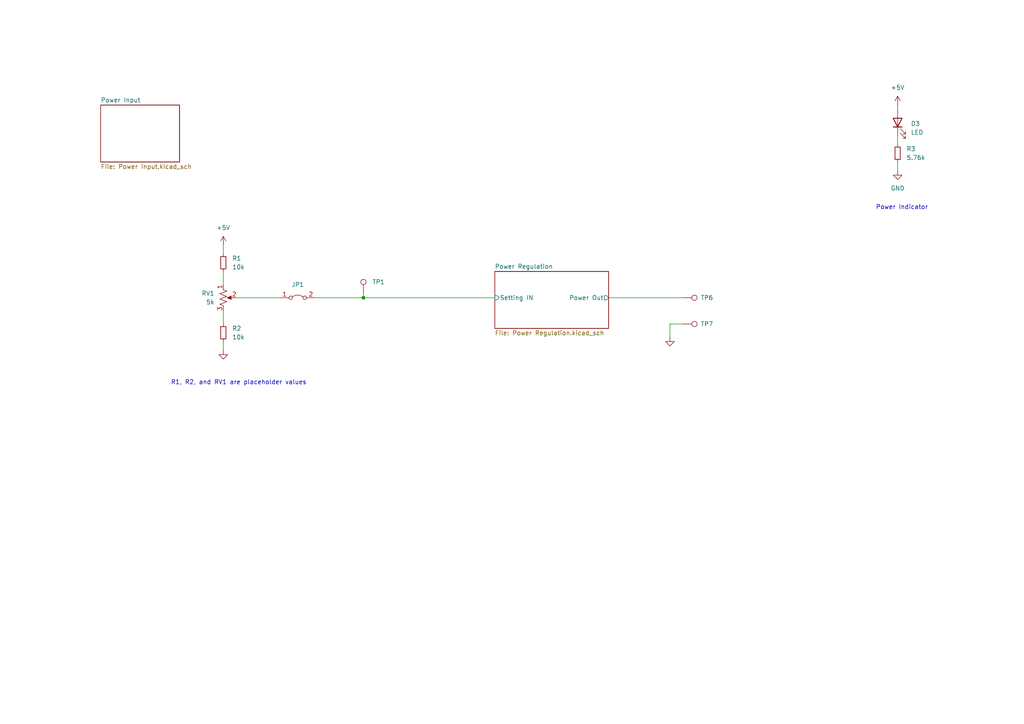
<source format=kicad_sch>
(kicad_sch (version 20211123) (generator eeschema)
  (paper "A4")
  (title_block (title "Battery Simulator PCB") (date "2022-12-27") (rev "1") (company "SK Electronics Consulting") (comment 1 "Client: None"))
  (lib_symbols
    (symbol "Connector:TestPoint" (pin_numbers hide) (pin_names (offset 0.762) hide)
      (property "Reference" "TP" (at 0 6.858 0))
      (property "Value" "TestPoint" (at 0 5.08 0))
      (symbol "TestPoint_0_1"
        (circle (center 0 3.302) (radius 0.762))
      )
      (symbol "TestPoint_1_1"
        (pin passive line (at 0 0 90) (length 2.54) (name "1") (number "1"))
      )
    )
    (symbol "Device:LED" (pin_numbers hide) (pin_names (offset 1.016) hide)
      (property "Reference" "D" (at 0 2.54 0))
      (property "Value" "LED" (at 0 -2.54 0))
      (symbol "LED_0_1"
        (polyline (pts (xy -1.27 -1.27) (xy -1.27 1.27)) (stroke (width 0.254)))
        (polyline (pts (xy -1.27 0) (xy 1.27 0)))
        (polyline (pts (xy 1.27 -1.27) (xy 1.27 1.27) (xy -1.27 0) (xy 1.27 -1.27)) (stroke (width 0.254)))
        (polyline (pts (xy -3.048 -0.762) (xy -4.572 -2.286) (xy -3.81 -2.286) (xy -4.572 -2.286) (xy -4.572 -1.524)))
        (polyline (pts (xy -1.778 -0.762) (xy -3.302 -2.286) (xy -2.54 -2.286) (xy -3.302 -2.286) (xy -3.302 -1.524)))
      )
      (symbol "LED_1_1"
        (pin passive line (at -3.81 0 0) (length 2.54) (name "K") (number "1"))
        (pin passive line (at 3.81 0 180) (length 2.54) (name "A") (number "2"))
      )
    )
    (symbol "Device:R_Potentiometer_US" (pin_names (offset 1.016) hide)
      (property "Reference" "RV" (at -4.445 0 90))
      (property "Value" "R_Potentiometer_US" (at -2.54 0 90))
      (symbol "R_Potentiometer_US_0_1"
        (polyline (pts (xy 0 -2.286) (xy 0 -2.54)))
        (polyline (pts (xy 0 2.54) (xy 0 2.286)))
        (polyline (pts (xy 2.54 0) (xy 1.524 0)))
        (polyline (pts (xy 1.143 0) (xy 2.286 0.508) (xy 2.286 -0.508) (xy 1.143 0)) (fill (type outline)))
        (polyline (pts (xy 0 -0.762) (xy 1.016 -1.143) (xy 0 -1.524) (xy -1.016 -1.905) (xy 0 -2.286)))
        (polyline (pts (xy 0 0.762) (xy 1.016 0.381) (xy 0 0) (xy -1.016 -0.381) (xy 0 -0.762)))
        (polyline (pts (xy 0 2.286) (xy 1.016 1.905) (xy 0 1.524) (xy -1.016 1.143) (xy 0 0.762)))
      )
      (symbol "R_Potentiometer_US_1_1"
        (pin passive line (at 0 3.81 270) (length 1.27) (name "1") (number "1"))
        (pin passive line (at 3.81 0 180) (length 1.27) (name "2") (number "2"))
        (pin passive line (at 0 -3.81 90) (length 1.27) (name "3") (number "3"))
      )
    )
    (symbol "Device:R_Small" (pin_numbers hide) (pin_names (offset 0.254) hide)
      (property "Reference" "R" (at 0.762 0.508 0))
      (property "Value" "R_Small" (at 0.762 -1.016 0))
      (symbol "R_Small_0_1"
        (rectangle (start -0.762 1.778) (end 0.762 -1.778) (stroke (width 0.2032)))
      )
      (symbol "R_Small_1_1"
        (pin passive line (at 0 2.54 270) (length 0.762) (name "~") (number "1"))
        (pin passive line (at 0 -2.54 90) (length 0.762) (name "~") (number "2"))
      )
    )
    (symbol "Jumper:Jumper_2_Bridged" (pin_names (offset 0) hide)
      (property "Reference" "JP" (at 0 1.905 0))
      (property "Value" "Jumper_2_Bridged" (at 0 -2.54 0))
      (symbol "Jumper_2_Bridged_0_0"
        (circle (center -2.032 0) (radius 0.508))
        (circle (center 2.032 0) (radius 0.508))
      )
      (symbol "Jumper_2_Bridged_0_1"
        (arc (start 1.524 0.254) (mid 0 0.762) (end -1.524 0.254))
      )
      (symbol "Jumper_2_Bridged_1_1"
        (pin passive line (at -5.08 0 0) (length 2.54) (name "A") (number "1"))
        (pin passive line (at 5.08 0 180) (length 2.54) (name "B") (number "2"))
      )
    )
    (symbol "power:+5V" (power) (pin_names (offset 0))
      (property "Value" "+5V" (at 0 3.556 0))
      (symbol "+5V_0_1"
        (polyline (pts (xy -0.762 1.27) (xy 0 2.54)))
        (polyline (pts (xy 0 0) (xy 0 2.54)))
        (polyline (pts (xy 0 2.54) (xy 0.762 1.27)))
      )
      (symbol "+5V_1_1"
        (pin power_in line (at 0 0 90) (length 0) hide (name "+5V") (number "1"))
      )
    )
    (symbol "power:GND" (power) (pin_names (offset 0))
      (property "Value" "GND" (at 0 -3.81 0))
      (symbol "GND_0_1"
        (polyline (pts (xy 0 0) (xy 0 -1.27) (xy 1.27 -1.27) (xy 0 -2.54) (xy -1.27 -1.27) (xy 0 -1.27)))
      )
      (symbol "GND_1_1"
        (pin power_in line (at 0 0 270) (length 0) hide (name "GND") (number "1"))
      )
    )
  )
  (junction (at 105.41 86.36))
  (wire (pts (xy 260.35 39.37) (xy 260.35 41.91)))
  (wire (pts (xy 105.41 85.09) (xy 105.41 86.36)))
  (wire (pts (xy 105.41 86.36) (xy 143.51 86.36)))
  (wire (pts (xy 260.35 30.48) (xy 260.35 31.75)))
  (wire (pts (xy 64.77 99.06) (xy 64.77 101.6)))
  (wire (pts (xy 260.35 46.99) (xy 260.35 49.53)))
  (wire (pts (xy 91.44 86.36) (xy 105.41 86.36)))
  (wire (pts (xy 64.77 90.17) (xy 64.77 93.98)))
  (wire (pts (xy 176.53 86.36) (xy 198.12 86.36)))
  (wire (pts (xy 64.77 71.12) (xy 64.77 73.66)))
  (wire (pts (xy 64.77 78.74) (xy 64.77 82.55)))
  (wire (pts (xy 68.58 86.36) (xy 81.28 86.36)))
  (wire (pts (xy 194.31 93.98) (xy 194.31 97.79)))
  (wire (pts (xy 198.12 93.98) (xy 194.31 93.98)))
  (text "R1, R2, and RV1 are placeholder values" (at 49.53 111.76 0) (effects (font (size 1.27 1.27)) (justify left bottom)))
  (text "Power Indicator" (at 254 60.96 0) (effects (font (size 1.27 1.27)) (justify left bottom)))
  (symbol (lib_id "power:GND") (at 194.31 97.79 0) (unit 1)
    (property "Reference" "#PWR013" (effects hide))
    (property "Value" "GND" (effects hide))
  )
  (symbol (lib_id "power:+5V") (at 64.77 71.12 0) (unit 1)
    (property "Reference" "#PWR01" (effects hide))
    (property "Value" "+5V" (at 64.77 66.04 0))
  )
  (symbol (lib_id "Device:LED") (at 260.35 35.56 90) (unit 1)
    (property "Reference" "D3" (at 264.16 35.8774 90) (effects (justify right)))
    (property "Value" "LED" (at 264.16 38.4174 90) (effects (justify right)))
    (property "Footprint" "LED_SMD:LED_0603_1608Metric_Pad1.05x0.95mm_HandSolder" (effects hide))
  )
  (symbol (lib_id "Connector:TestPoint") (at 105.41 85.09 0) (unit 1)
    (property "Reference" "TP1" (at 107.95 81.7879 0) (effects (justify left)))
    (property "Value" "TestPoint" (effects hide))
    (property "Footprint" "TestPoint:TestPoint_Keystone_5010-5014_Multipurpose" (effects hide))
  )
  (symbol (lib_id "Device:R_Small") (at 260.35 44.45 0) (unit 1)
    (property "Reference" "R3" (at 262.89 43.1799 0) (effects (justify left)))
    (property "Value" "5.76k" (at 262.89 45.7199 0) (effects (justify left)))
    (property "Footprint" "Resistor_SMD:R_0402_1005Metric_Pad0.72x0.64mm_HandSolder" (effects hide))
  )
  (symbol (lib_id "Device:R_Small") (at 64.77 96.52 0) (unit 1)
    (property "Reference" "R2" (at 67.31 95.2499 0) (effects (justify left)))
    (property "Value" "10k" (at 67.31 97.7899 0) (effects (justify left)))
    (property "Footprint" "Resistor_SMD:R_0402_1005Metric_Pad0.72x0.64mm_HandSolder" (effects hide))
  )
  (symbol (lib_id "Device:R_Small") (at 64.77 76.2 0) (unit 1)
    (property "Reference" "R1" (at 67.31 74.9299 0) (effects (justify left)))
    (property "Value" "10k" (at 67.31 77.4699 0) (effects (justify left)))
    (property "Footprint" "Resistor_SMD:R_0402_1005Metric_Pad0.72x0.64mm_HandSolder" (effects hide))
  )
  (symbol (lib_id "power:GND") (at 260.35 49.53 0) (unit 1)
    (property "Reference" "#PWR08" (effects hide))
    (property "Value" "GND" (at 260.35 54.61 0))
  )
  (symbol (lib_id "Connector:TestPoint") (at 198.12 93.98 270) (unit 1)
    (property "Reference" "TP7" (at 203.2 93.9799 90) (effects (justify left)))
    (property "Value" "TestPoint" (effects hide))
    (property "Footprint" "Connector_Wire:SolderWire-1sqmm_1x01_D1.4mm_OD2.7mm" (effects hide))
  )
  (symbol (lib_id "power:+5V") (at 260.35 30.48 0) (unit 1)
    (property "Reference" "#PWR07" (effects hide))
    (property "Value" "+5V" (at 260.35 25.4 0))
  )
  (symbol (lib_id "Device:R_Potentiometer_US") (at 64.77 86.36 0) (unit 1)
    (property "Reference" "RV1" (at 62.23 85.0899 0) (effects (justify right)))
    (property "Value" "5k" (at 62.23 87.6299 0) (effects (justify right)))
    (property "Footprint" "Potentiometer_THT:Potentiometer_Bourns_3386C_Horizontal" (effects hide))
  )
  (symbol (lib_id "power:GND") (at 64.77 101.6 0) (unit 1)
    (property "Reference" "#PWR02" (effects hide))
    (property "Value" "GND" (effects hide))
  )
  (symbol (lib_id "Jumper:Jumper_2_Bridged") (at 86.36 86.36 0) (unit 1)
    (property "Reference" "JP1" (at 86.36 82.55 0))
    (property "Value" "Jumper_2_Bridged" (effects hide))
    (property "Footprint" "Jumper:SolderJumper-2_P1.3mm_Bridged_RoundedPad1.0x1.5mm" (effects hide))
  )
  (symbol (lib_id "Connector:TestPoint") (at 198.12 86.36 270) (unit 1)
    (property "Reference" "TP6" (at 203.2 86.3599 90) (effects (justify left)))
    (property "Value" "TestPoint" (effects hide))
    (property "Footprint" "Connector_Wire:SolderWire-1sqmm_1x01_D1.4mm_OD2.7mm" (effects hide))
  )
  (sheet (at 29.21 30.48) (size 22.86 16.51) (stroke (width 0.1524))
    (property "Sheet name" "Power Input" (at 29.21 29.7684 0) (effects (justify left bottom)))
    (property "Sheet file" "Power Input.kicad_sch" (at 29.21 47.5746 0) (effects (justify left top)))
  )
  (sheet (at 143.51 78.74) (size 33.02 16.51) (stroke (width 0.1524))
    (property "Sheet name" "Power Regulation" (at 143.51 78.0284 0) (effects (justify left bottom)))
    (property "Sheet file" "Power Regulation.kicad_sch" (at 143.51 95.8346 0) (effects (justify left top)))
    (pin "Power Out" output (at 176.53 86.36 0))
    (pin "Setting IN" input (at 143.51 86.36 180))
  )
)
</source>
